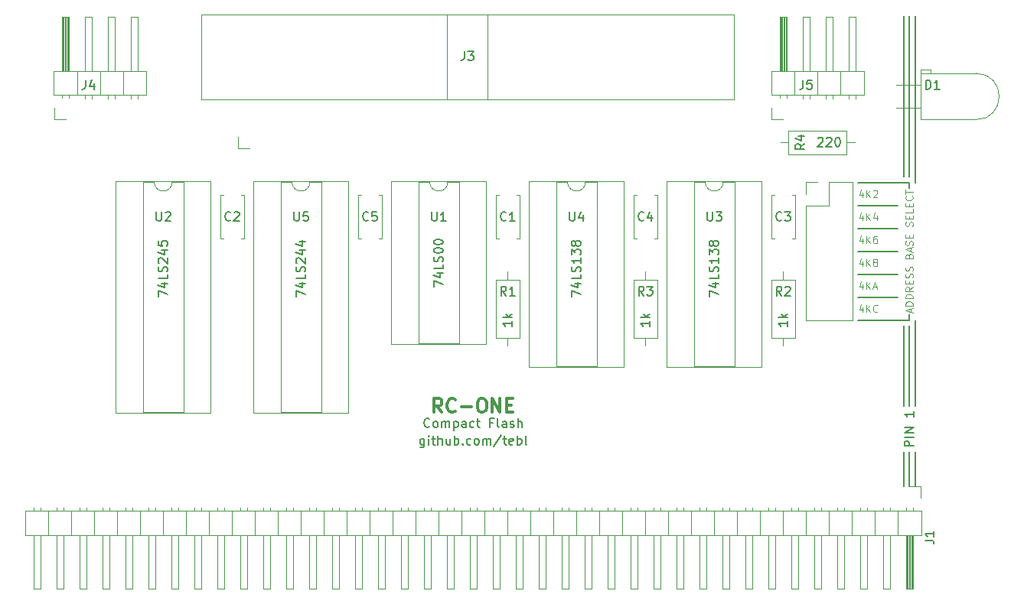
<source format=gto>
G04 #@! TF.FileFunction,Legend,Top*
%FSLAX46Y46*%
G04 Gerber Fmt 4.6, Leading zero omitted, Abs format (unit mm)*
G04 Created by KiCad (PCBNEW 4.0.7) date 01/25/20 16:01:31*
%MOMM*%
%LPD*%
G01*
G04 APERTURE LIST*
%ADD10C,0.100000*%
%ADD11C,0.200000*%
%ADD12C,0.150000*%
%ADD13C,0.300000*%
%ADD14C,0.120000*%
G04 APERTURE END LIST*
D10*
D11*
X193675000Y-111760000D02*
X193675000Y-112395000D01*
X192405000Y-137160000D02*
X192405000Y-128270000D01*
X193040000Y-128270000D02*
X193040000Y-137160000D01*
X193675000Y-137160000D02*
X193675000Y-127635000D01*
X193675000Y-142240000D02*
X193675000Y-146050000D01*
X193040000Y-146050000D02*
X193040000Y-142240000D01*
X192405000Y-142240000D02*
X192405000Y-146050000D01*
X193675000Y-111760000D02*
X193675000Y-93980000D01*
X192405000Y-93980000D02*
X192405000Y-111760000D01*
X193040000Y-111760000D02*
X193040000Y-93980000D01*
D12*
X193492381Y-141580952D02*
X192492381Y-141580952D01*
X192492381Y-141199999D01*
X192540000Y-141104761D01*
X192587619Y-141057142D01*
X192682857Y-141009523D01*
X192825714Y-141009523D01*
X192920952Y-141057142D01*
X192968571Y-141104761D01*
X193016190Y-141199999D01*
X193016190Y-141580952D01*
X193492381Y-140580952D02*
X192492381Y-140580952D01*
X193492381Y-140104762D02*
X192492381Y-140104762D01*
X193492381Y-139533333D01*
X192492381Y-139533333D01*
X193492381Y-137771428D02*
X193492381Y-138342857D01*
X193492381Y-138057143D02*
X192492381Y-138057143D01*
X192635238Y-138152381D01*
X192730476Y-138247619D01*
X192778095Y-138342857D01*
D10*
X187858333Y-126193571D02*
X187858333Y-126726905D01*
X187667857Y-125888810D02*
X187477381Y-126460238D01*
X187972619Y-126460238D01*
X188277381Y-126726905D02*
X188277381Y-125926905D01*
X188734524Y-126726905D02*
X188391667Y-126269762D01*
X188734524Y-125926905D02*
X188277381Y-126384048D01*
X189534524Y-126650714D02*
X189496429Y-126688810D01*
X189382143Y-126726905D01*
X189305953Y-126726905D01*
X189191667Y-126688810D01*
X189115476Y-126612619D01*
X189077381Y-126536429D01*
X189039286Y-126384048D01*
X189039286Y-126269762D01*
X189077381Y-126117381D01*
X189115476Y-126041190D01*
X189191667Y-125965000D01*
X189305953Y-125926905D01*
X189382143Y-125926905D01*
X189496429Y-125965000D01*
X189534524Y-126003095D01*
X187858333Y-123653571D02*
X187858333Y-124186905D01*
X187667857Y-123348810D02*
X187477381Y-123920238D01*
X187972619Y-123920238D01*
X188277381Y-124186905D02*
X188277381Y-123386905D01*
X188734524Y-124186905D02*
X188391667Y-123729762D01*
X188734524Y-123386905D02*
X188277381Y-123844048D01*
X189039286Y-123958333D02*
X189420238Y-123958333D01*
X188963095Y-124186905D02*
X189229762Y-123386905D01*
X189496429Y-124186905D01*
X187858333Y-121113571D02*
X187858333Y-121646905D01*
X187667857Y-120808810D02*
X187477381Y-121380238D01*
X187972619Y-121380238D01*
X188277381Y-121646905D02*
X188277381Y-120846905D01*
X188734524Y-121646905D02*
X188391667Y-121189762D01*
X188734524Y-120846905D02*
X188277381Y-121304048D01*
X189191667Y-121189762D02*
X189115476Y-121151667D01*
X189077381Y-121113571D01*
X189039286Y-121037381D01*
X189039286Y-120999286D01*
X189077381Y-120923095D01*
X189115476Y-120885000D01*
X189191667Y-120846905D01*
X189344048Y-120846905D01*
X189420238Y-120885000D01*
X189458334Y-120923095D01*
X189496429Y-120999286D01*
X189496429Y-121037381D01*
X189458334Y-121113571D01*
X189420238Y-121151667D01*
X189344048Y-121189762D01*
X189191667Y-121189762D01*
X189115476Y-121227857D01*
X189077381Y-121265952D01*
X189039286Y-121342143D01*
X189039286Y-121494524D01*
X189077381Y-121570714D01*
X189115476Y-121608810D01*
X189191667Y-121646905D01*
X189344048Y-121646905D01*
X189420238Y-121608810D01*
X189458334Y-121570714D01*
X189496429Y-121494524D01*
X189496429Y-121342143D01*
X189458334Y-121265952D01*
X189420238Y-121227857D01*
X189344048Y-121189762D01*
X187858333Y-118573571D02*
X187858333Y-119106905D01*
X187667857Y-118268810D02*
X187477381Y-118840238D01*
X187972619Y-118840238D01*
X188277381Y-119106905D02*
X188277381Y-118306905D01*
X188734524Y-119106905D02*
X188391667Y-118649762D01*
X188734524Y-118306905D02*
X188277381Y-118764048D01*
X189420238Y-118306905D02*
X189267857Y-118306905D01*
X189191667Y-118345000D01*
X189153572Y-118383095D01*
X189077381Y-118497381D01*
X189039286Y-118649762D01*
X189039286Y-118954524D01*
X189077381Y-119030714D01*
X189115476Y-119068810D01*
X189191667Y-119106905D01*
X189344048Y-119106905D01*
X189420238Y-119068810D01*
X189458334Y-119030714D01*
X189496429Y-118954524D01*
X189496429Y-118764048D01*
X189458334Y-118687857D01*
X189420238Y-118649762D01*
X189344048Y-118611667D01*
X189191667Y-118611667D01*
X189115476Y-118649762D01*
X189077381Y-118687857D01*
X189039286Y-118764048D01*
X187858333Y-116033571D02*
X187858333Y-116566905D01*
X187667857Y-115728810D02*
X187477381Y-116300238D01*
X187972619Y-116300238D01*
X188277381Y-116566905D02*
X188277381Y-115766905D01*
X188734524Y-116566905D02*
X188391667Y-116109762D01*
X188734524Y-115766905D02*
X188277381Y-116224048D01*
X189420238Y-116033571D02*
X189420238Y-116566905D01*
X189229762Y-115728810D02*
X189039286Y-116300238D01*
X189534524Y-116300238D01*
X193173333Y-126757858D02*
X193173333Y-126376906D01*
X193401905Y-126834049D02*
X192601905Y-126567382D01*
X193401905Y-126300715D01*
X193401905Y-126034049D02*
X192601905Y-126034049D01*
X192601905Y-125843573D01*
X192640000Y-125729287D01*
X192716190Y-125653096D01*
X192792381Y-125615001D01*
X192944762Y-125576906D01*
X193059048Y-125576906D01*
X193211429Y-125615001D01*
X193287619Y-125653096D01*
X193363810Y-125729287D01*
X193401905Y-125843573D01*
X193401905Y-126034049D01*
X193401905Y-125234049D02*
X192601905Y-125234049D01*
X192601905Y-125043573D01*
X192640000Y-124929287D01*
X192716190Y-124853096D01*
X192792381Y-124815001D01*
X192944762Y-124776906D01*
X193059048Y-124776906D01*
X193211429Y-124815001D01*
X193287619Y-124853096D01*
X193363810Y-124929287D01*
X193401905Y-125043573D01*
X193401905Y-125234049D01*
X193401905Y-123976906D02*
X193020952Y-124243573D01*
X193401905Y-124434049D02*
X192601905Y-124434049D01*
X192601905Y-124129287D01*
X192640000Y-124053096D01*
X192678095Y-124015001D01*
X192754286Y-123976906D01*
X192868571Y-123976906D01*
X192944762Y-124015001D01*
X192982857Y-124053096D01*
X193020952Y-124129287D01*
X193020952Y-124434049D01*
X192982857Y-123634049D02*
X192982857Y-123367382D01*
X193401905Y-123253096D02*
X193401905Y-123634049D01*
X192601905Y-123634049D01*
X192601905Y-123253096D01*
X193363810Y-122948334D02*
X193401905Y-122834048D01*
X193401905Y-122643572D01*
X193363810Y-122567382D01*
X193325714Y-122529286D01*
X193249524Y-122491191D01*
X193173333Y-122491191D01*
X193097143Y-122529286D01*
X193059048Y-122567382D01*
X193020952Y-122643572D01*
X192982857Y-122795953D01*
X192944762Y-122872144D01*
X192906667Y-122910239D01*
X192830476Y-122948334D01*
X192754286Y-122948334D01*
X192678095Y-122910239D01*
X192640000Y-122872144D01*
X192601905Y-122795953D01*
X192601905Y-122605477D01*
X192640000Y-122491191D01*
X193363810Y-122186429D02*
X193401905Y-122072143D01*
X193401905Y-121881667D01*
X193363810Y-121805477D01*
X193325714Y-121767381D01*
X193249524Y-121729286D01*
X193173333Y-121729286D01*
X193097143Y-121767381D01*
X193059048Y-121805477D01*
X193020952Y-121881667D01*
X192982857Y-122034048D01*
X192944762Y-122110239D01*
X192906667Y-122148334D01*
X192830476Y-122186429D01*
X192754286Y-122186429D01*
X192678095Y-122148334D01*
X192640000Y-122110239D01*
X192601905Y-122034048D01*
X192601905Y-121843572D01*
X192640000Y-121729286D01*
X192982857Y-120510238D02*
X193020952Y-120395952D01*
X193059048Y-120357857D01*
X193135238Y-120319762D01*
X193249524Y-120319762D01*
X193325714Y-120357857D01*
X193363810Y-120395952D01*
X193401905Y-120472143D01*
X193401905Y-120776905D01*
X192601905Y-120776905D01*
X192601905Y-120510238D01*
X192640000Y-120434048D01*
X192678095Y-120395952D01*
X192754286Y-120357857D01*
X192830476Y-120357857D01*
X192906667Y-120395952D01*
X192944762Y-120434048D01*
X192982857Y-120510238D01*
X192982857Y-120776905D01*
X193173333Y-120015000D02*
X193173333Y-119634048D01*
X193401905Y-120091191D02*
X192601905Y-119824524D01*
X193401905Y-119557857D01*
X193363810Y-119329286D02*
X193401905Y-119215000D01*
X193401905Y-119024524D01*
X193363810Y-118948334D01*
X193325714Y-118910238D01*
X193249524Y-118872143D01*
X193173333Y-118872143D01*
X193097143Y-118910238D01*
X193059048Y-118948334D01*
X193020952Y-119024524D01*
X192982857Y-119176905D01*
X192944762Y-119253096D01*
X192906667Y-119291191D01*
X192830476Y-119329286D01*
X192754286Y-119329286D01*
X192678095Y-119291191D01*
X192640000Y-119253096D01*
X192601905Y-119176905D01*
X192601905Y-118986429D01*
X192640000Y-118872143D01*
X192982857Y-118529286D02*
X192982857Y-118262619D01*
X193401905Y-118148333D02*
X193401905Y-118529286D01*
X192601905Y-118529286D01*
X192601905Y-118148333D01*
X193363810Y-117234047D02*
X193401905Y-117119761D01*
X193401905Y-116929285D01*
X193363810Y-116853095D01*
X193325714Y-116814999D01*
X193249524Y-116776904D01*
X193173333Y-116776904D01*
X193097143Y-116814999D01*
X193059048Y-116853095D01*
X193020952Y-116929285D01*
X192982857Y-117081666D01*
X192944762Y-117157857D01*
X192906667Y-117195952D01*
X192830476Y-117234047D01*
X192754286Y-117234047D01*
X192678095Y-117195952D01*
X192640000Y-117157857D01*
X192601905Y-117081666D01*
X192601905Y-116891190D01*
X192640000Y-116776904D01*
X192982857Y-116434047D02*
X192982857Y-116167380D01*
X193401905Y-116053094D02*
X193401905Y-116434047D01*
X192601905Y-116434047D01*
X192601905Y-116053094D01*
X193401905Y-115329284D02*
X193401905Y-115710237D01*
X192601905Y-115710237D01*
X192982857Y-115062618D02*
X192982857Y-114795951D01*
X193401905Y-114681665D02*
X193401905Y-115062618D01*
X192601905Y-115062618D01*
X192601905Y-114681665D01*
X193325714Y-113881665D02*
X193363810Y-113919760D01*
X193401905Y-114034046D01*
X193401905Y-114110236D01*
X193363810Y-114224522D01*
X193287619Y-114300713D01*
X193211429Y-114338808D01*
X193059048Y-114376903D01*
X192944762Y-114376903D01*
X192792381Y-114338808D01*
X192716190Y-114300713D01*
X192640000Y-114224522D01*
X192601905Y-114110236D01*
X192601905Y-114034046D01*
X192640000Y-113919760D01*
X192678095Y-113881665D01*
X192601905Y-113653094D02*
X192601905Y-113195951D01*
X193401905Y-113424522D02*
X192601905Y-113424522D01*
D11*
X193040000Y-127635000D02*
X193040000Y-127000000D01*
X187325000Y-127635000D02*
X193040000Y-127635000D01*
X193040000Y-112395000D02*
X193040000Y-113030000D01*
X187325000Y-112395000D02*
X193040000Y-112395000D01*
X187325000Y-125095000D02*
X191770000Y-125095000D01*
X187325000Y-122555000D02*
X191770000Y-122555000D01*
X187325000Y-120015000D02*
X191770000Y-120015000D01*
X187325000Y-117475000D02*
X191770000Y-117475000D01*
X187325000Y-114935000D02*
X191770000Y-114935000D01*
D10*
X187858333Y-113493571D02*
X187858333Y-114026905D01*
X187667857Y-113188810D02*
X187477381Y-113760238D01*
X187972619Y-113760238D01*
X188277381Y-114026905D02*
X188277381Y-113226905D01*
X188734524Y-114026905D02*
X188391667Y-113569762D01*
X188734524Y-113226905D02*
X188277381Y-113684048D01*
X189039286Y-113303095D02*
X189077381Y-113265000D01*
X189153572Y-113226905D01*
X189344048Y-113226905D01*
X189420238Y-113265000D01*
X189458334Y-113303095D01*
X189496429Y-113379286D01*
X189496429Y-113455476D01*
X189458334Y-113569762D01*
X189001191Y-114026905D01*
X189496429Y-114026905D01*
D12*
X139375238Y-140755714D02*
X139375238Y-141565238D01*
X139327619Y-141660476D01*
X139280000Y-141708095D01*
X139184761Y-141755714D01*
X139041904Y-141755714D01*
X138946666Y-141708095D01*
X139375238Y-141374762D02*
X139280000Y-141422381D01*
X139089523Y-141422381D01*
X138994285Y-141374762D01*
X138946666Y-141327143D01*
X138899047Y-141231905D01*
X138899047Y-140946190D01*
X138946666Y-140850952D01*
X138994285Y-140803333D01*
X139089523Y-140755714D01*
X139280000Y-140755714D01*
X139375238Y-140803333D01*
X139851428Y-141422381D02*
X139851428Y-140755714D01*
X139851428Y-140422381D02*
X139803809Y-140470000D01*
X139851428Y-140517619D01*
X139899047Y-140470000D01*
X139851428Y-140422381D01*
X139851428Y-140517619D01*
X140184761Y-140755714D02*
X140565713Y-140755714D01*
X140327618Y-140422381D02*
X140327618Y-141279524D01*
X140375237Y-141374762D01*
X140470475Y-141422381D01*
X140565713Y-141422381D01*
X140899047Y-141422381D02*
X140899047Y-140422381D01*
X141327619Y-141422381D02*
X141327619Y-140898571D01*
X141280000Y-140803333D01*
X141184762Y-140755714D01*
X141041904Y-140755714D01*
X140946666Y-140803333D01*
X140899047Y-140850952D01*
X142232381Y-140755714D02*
X142232381Y-141422381D01*
X141803809Y-140755714D02*
X141803809Y-141279524D01*
X141851428Y-141374762D01*
X141946666Y-141422381D01*
X142089524Y-141422381D01*
X142184762Y-141374762D01*
X142232381Y-141327143D01*
X142708571Y-141422381D02*
X142708571Y-140422381D01*
X142708571Y-140803333D02*
X142803809Y-140755714D01*
X142994286Y-140755714D01*
X143089524Y-140803333D01*
X143137143Y-140850952D01*
X143184762Y-140946190D01*
X143184762Y-141231905D01*
X143137143Y-141327143D01*
X143089524Y-141374762D01*
X142994286Y-141422381D01*
X142803809Y-141422381D01*
X142708571Y-141374762D01*
X143613333Y-141327143D02*
X143660952Y-141374762D01*
X143613333Y-141422381D01*
X143565714Y-141374762D01*
X143613333Y-141327143D01*
X143613333Y-141422381D01*
X144518095Y-141374762D02*
X144422857Y-141422381D01*
X144232380Y-141422381D01*
X144137142Y-141374762D01*
X144089523Y-141327143D01*
X144041904Y-141231905D01*
X144041904Y-140946190D01*
X144089523Y-140850952D01*
X144137142Y-140803333D01*
X144232380Y-140755714D01*
X144422857Y-140755714D01*
X144518095Y-140803333D01*
X145089523Y-141422381D02*
X144994285Y-141374762D01*
X144946666Y-141327143D01*
X144899047Y-141231905D01*
X144899047Y-140946190D01*
X144946666Y-140850952D01*
X144994285Y-140803333D01*
X145089523Y-140755714D01*
X145232381Y-140755714D01*
X145327619Y-140803333D01*
X145375238Y-140850952D01*
X145422857Y-140946190D01*
X145422857Y-141231905D01*
X145375238Y-141327143D01*
X145327619Y-141374762D01*
X145232381Y-141422381D01*
X145089523Y-141422381D01*
X145851428Y-141422381D02*
X145851428Y-140755714D01*
X145851428Y-140850952D02*
X145899047Y-140803333D01*
X145994285Y-140755714D01*
X146137143Y-140755714D01*
X146232381Y-140803333D01*
X146280000Y-140898571D01*
X146280000Y-141422381D01*
X146280000Y-140898571D02*
X146327619Y-140803333D01*
X146422857Y-140755714D01*
X146565714Y-140755714D01*
X146660952Y-140803333D01*
X146708571Y-140898571D01*
X146708571Y-141422381D01*
X147899047Y-140374762D02*
X147041904Y-141660476D01*
X148089523Y-140755714D02*
X148470475Y-140755714D01*
X148232380Y-140422381D02*
X148232380Y-141279524D01*
X148279999Y-141374762D01*
X148375237Y-141422381D01*
X148470475Y-141422381D01*
X149184762Y-141374762D02*
X149089524Y-141422381D01*
X148899047Y-141422381D01*
X148803809Y-141374762D01*
X148756190Y-141279524D01*
X148756190Y-140898571D01*
X148803809Y-140803333D01*
X148899047Y-140755714D01*
X149089524Y-140755714D01*
X149184762Y-140803333D01*
X149232381Y-140898571D01*
X149232381Y-140993810D01*
X148756190Y-141089048D01*
X149660952Y-141422381D02*
X149660952Y-140422381D01*
X149660952Y-140803333D02*
X149756190Y-140755714D01*
X149946667Y-140755714D01*
X150041905Y-140803333D01*
X150089524Y-140850952D01*
X150137143Y-140946190D01*
X150137143Y-141231905D01*
X150089524Y-141327143D01*
X150041905Y-141374762D01*
X149946667Y-141422381D01*
X149756190Y-141422381D01*
X149660952Y-141374762D01*
X150708571Y-141422381D02*
X150613333Y-141374762D01*
X150565714Y-141279524D01*
X150565714Y-140422381D01*
X139970476Y-139422143D02*
X139922857Y-139469762D01*
X139780000Y-139517381D01*
X139684762Y-139517381D01*
X139541904Y-139469762D01*
X139446666Y-139374524D01*
X139399047Y-139279286D01*
X139351428Y-139088810D01*
X139351428Y-138945952D01*
X139399047Y-138755476D01*
X139446666Y-138660238D01*
X139541904Y-138565000D01*
X139684762Y-138517381D01*
X139780000Y-138517381D01*
X139922857Y-138565000D01*
X139970476Y-138612619D01*
X140541904Y-139517381D02*
X140446666Y-139469762D01*
X140399047Y-139422143D01*
X140351428Y-139326905D01*
X140351428Y-139041190D01*
X140399047Y-138945952D01*
X140446666Y-138898333D01*
X140541904Y-138850714D01*
X140684762Y-138850714D01*
X140780000Y-138898333D01*
X140827619Y-138945952D01*
X140875238Y-139041190D01*
X140875238Y-139326905D01*
X140827619Y-139422143D01*
X140780000Y-139469762D01*
X140684762Y-139517381D01*
X140541904Y-139517381D01*
X141303809Y-139517381D02*
X141303809Y-138850714D01*
X141303809Y-138945952D02*
X141351428Y-138898333D01*
X141446666Y-138850714D01*
X141589524Y-138850714D01*
X141684762Y-138898333D01*
X141732381Y-138993571D01*
X141732381Y-139517381D01*
X141732381Y-138993571D02*
X141780000Y-138898333D01*
X141875238Y-138850714D01*
X142018095Y-138850714D01*
X142113333Y-138898333D01*
X142160952Y-138993571D01*
X142160952Y-139517381D01*
X142637142Y-138850714D02*
X142637142Y-139850714D01*
X142637142Y-138898333D02*
X142732380Y-138850714D01*
X142922857Y-138850714D01*
X143018095Y-138898333D01*
X143065714Y-138945952D01*
X143113333Y-139041190D01*
X143113333Y-139326905D01*
X143065714Y-139422143D01*
X143018095Y-139469762D01*
X142922857Y-139517381D01*
X142732380Y-139517381D01*
X142637142Y-139469762D01*
X143970476Y-139517381D02*
X143970476Y-138993571D01*
X143922857Y-138898333D01*
X143827619Y-138850714D01*
X143637142Y-138850714D01*
X143541904Y-138898333D01*
X143970476Y-139469762D02*
X143875238Y-139517381D01*
X143637142Y-139517381D01*
X143541904Y-139469762D01*
X143494285Y-139374524D01*
X143494285Y-139279286D01*
X143541904Y-139184048D01*
X143637142Y-139136429D01*
X143875238Y-139136429D01*
X143970476Y-139088810D01*
X144875238Y-139469762D02*
X144780000Y-139517381D01*
X144589523Y-139517381D01*
X144494285Y-139469762D01*
X144446666Y-139422143D01*
X144399047Y-139326905D01*
X144399047Y-139041190D01*
X144446666Y-138945952D01*
X144494285Y-138898333D01*
X144589523Y-138850714D01*
X144780000Y-138850714D01*
X144875238Y-138898333D01*
X145160952Y-138850714D02*
X145541904Y-138850714D01*
X145303809Y-138517381D02*
X145303809Y-139374524D01*
X145351428Y-139469762D01*
X145446666Y-139517381D01*
X145541904Y-139517381D01*
X146970477Y-138993571D02*
X146637143Y-138993571D01*
X146637143Y-139517381D02*
X146637143Y-138517381D01*
X147113334Y-138517381D01*
X147637143Y-139517381D02*
X147541905Y-139469762D01*
X147494286Y-139374524D01*
X147494286Y-138517381D01*
X148446668Y-139517381D02*
X148446668Y-138993571D01*
X148399049Y-138898333D01*
X148303811Y-138850714D01*
X148113334Y-138850714D01*
X148018096Y-138898333D01*
X148446668Y-139469762D02*
X148351430Y-139517381D01*
X148113334Y-139517381D01*
X148018096Y-139469762D01*
X147970477Y-139374524D01*
X147970477Y-139279286D01*
X148018096Y-139184048D01*
X148113334Y-139136429D01*
X148351430Y-139136429D01*
X148446668Y-139088810D01*
X148875239Y-139469762D02*
X148970477Y-139517381D01*
X149160953Y-139517381D01*
X149256192Y-139469762D01*
X149303811Y-139374524D01*
X149303811Y-139326905D01*
X149256192Y-139231667D01*
X149160953Y-139184048D01*
X149018096Y-139184048D01*
X148922858Y-139136429D01*
X148875239Y-139041190D01*
X148875239Y-138993571D01*
X148922858Y-138898333D01*
X149018096Y-138850714D01*
X149160953Y-138850714D01*
X149256192Y-138898333D01*
X149732382Y-139517381D02*
X149732382Y-138517381D01*
X150160954Y-139517381D02*
X150160954Y-138993571D01*
X150113335Y-138898333D01*
X150018097Y-138850714D01*
X149875239Y-138850714D01*
X149780001Y-138898333D01*
X149732382Y-138945952D01*
D13*
X141315714Y-137838571D02*
X140815714Y-137124286D01*
X140458571Y-137838571D02*
X140458571Y-136338571D01*
X141029999Y-136338571D01*
X141172857Y-136410000D01*
X141244285Y-136481429D01*
X141315714Y-136624286D01*
X141315714Y-136838571D01*
X141244285Y-136981429D01*
X141172857Y-137052857D01*
X141029999Y-137124286D01*
X140458571Y-137124286D01*
X142815714Y-137695714D02*
X142744285Y-137767143D01*
X142529999Y-137838571D01*
X142387142Y-137838571D01*
X142172857Y-137767143D01*
X142029999Y-137624286D01*
X141958571Y-137481429D01*
X141887142Y-137195714D01*
X141887142Y-136981429D01*
X141958571Y-136695714D01*
X142029999Y-136552857D01*
X142172857Y-136410000D01*
X142387142Y-136338571D01*
X142529999Y-136338571D01*
X142744285Y-136410000D01*
X142815714Y-136481429D01*
X143458571Y-137267143D02*
X144601428Y-137267143D01*
X145601428Y-136338571D02*
X145887142Y-136338571D01*
X146030000Y-136410000D01*
X146172857Y-136552857D01*
X146244285Y-136838571D01*
X146244285Y-137338571D01*
X146172857Y-137624286D01*
X146030000Y-137767143D01*
X145887142Y-137838571D01*
X145601428Y-137838571D01*
X145458571Y-137767143D01*
X145315714Y-137624286D01*
X145244285Y-137338571D01*
X145244285Y-136838571D01*
X145315714Y-136552857D01*
X145458571Y-136410000D01*
X145601428Y-136338571D01*
X146887143Y-137838571D02*
X146887143Y-136338571D01*
X147744286Y-137838571D01*
X147744286Y-136338571D01*
X148458572Y-137052857D02*
X148958572Y-137052857D01*
X149172858Y-137838571D02*
X148458572Y-137838571D01*
X148458572Y-136338571D01*
X149172858Y-136338571D01*
D14*
X194370000Y-148760000D02*
X95190000Y-148760000D01*
X95190000Y-148760000D02*
X95190000Y-151420000D01*
X95190000Y-151420000D02*
X194370000Y-151420000D01*
X194370000Y-151420000D02*
X194370000Y-148760000D01*
X193420000Y-151420000D02*
X193420000Y-157420000D01*
X193420000Y-157420000D02*
X192660000Y-157420000D01*
X192660000Y-157420000D02*
X192660000Y-151420000D01*
X193360000Y-151420000D02*
X193360000Y-157420000D01*
X193240000Y-151420000D02*
X193240000Y-157420000D01*
X193120000Y-151420000D02*
X193120000Y-157420000D01*
X193000000Y-151420000D02*
X193000000Y-157420000D01*
X192880000Y-151420000D02*
X192880000Y-157420000D01*
X192760000Y-151420000D02*
X192760000Y-157420000D01*
X193420000Y-148430000D02*
X193420000Y-148760000D01*
X192660000Y-148430000D02*
X192660000Y-148760000D01*
X191770000Y-148760000D02*
X191770000Y-151420000D01*
X190880000Y-151420000D02*
X190880000Y-157420000D01*
X190880000Y-157420000D02*
X190120000Y-157420000D01*
X190120000Y-157420000D02*
X190120000Y-151420000D01*
X190880000Y-148362929D02*
X190880000Y-148760000D01*
X190120000Y-148362929D02*
X190120000Y-148760000D01*
X189230000Y-148760000D02*
X189230000Y-151420000D01*
X188340000Y-151420000D02*
X188340000Y-157420000D01*
X188340000Y-157420000D02*
X187580000Y-157420000D01*
X187580000Y-157420000D02*
X187580000Y-151420000D01*
X188340000Y-148362929D02*
X188340000Y-148760000D01*
X187580000Y-148362929D02*
X187580000Y-148760000D01*
X186690000Y-148760000D02*
X186690000Y-151420000D01*
X185800000Y-151420000D02*
X185800000Y-157420000D01*
X185800000Y-157420000D02*
X185040000Y-157420000D01*
X185040000Y-157420000D02*
X185040000Y-151420000D01*
X185800000Y-148362929D02*
X185800000Y-148760000D01*
X185040000Y-148362929D02*
X185040000Y-148760000D01*
X184150000Y-148760000D02*
X184150000Y-151420000D01*
X183260000Y-151420000D02*
X183260000Y-157420000D01*
X183260000Y-157420000D02*
X182500000Y-157420000D01*
X182500000Y-157420000D02*
X182500000Y-151420000D01*
X183260000Y-148362929D02*
X183260000Y-148760000D01*
X182500000Y-148362929D02*
X182500000Y-148760000D01*
X181610000Y-148760000D02*
X181610000Y-151420000D01*
X180720000Y-151420000D02*
X180720000Y-157420000D01*
X180720000Y-157420000D02*
X179960000Y-157420000D01*
X179960000Y-157420000D02*
X179960000Y-151420000D01*
X180720000Y-148362929D02*
X180720000Y-148760000D01*
X179960000Y-148362929D02*
X179960000Y-148760000D01*
X179070000Y-148760000D02*
X179070000Y-151420000D01*
X178180000Y-151420000D02*
X178180000Y-157420000D01*
X178180000Y-157420000D02*
X177420000Y-157420000D01*
X177420000Y-157420000D02*
X177420000Y-151420000D01*
X178180000Y-148362929D02*
X178180000Y-148760000D01*
X177420000Y-148362929D02*
X177420000Y-148760000D01*
X176530000Y-148760000D02*
X176530000Y-151420000D01*
X175640000Y-151420000D02*
X175640000Y-157420000D01*
X175640000Y-157420000D02*
X174880000Y-157420000D01*
X174880000Y-157420000D02*
X174880000Y-151420000D01*
X175640000Y-148362929D02*
X175640000Y-148760000D01*
X174880000Y-148362929D02*
X174880000Y-148760000D01*
X173990000Y-148760000D02*
X173990000Y-151420000D01*
X173100000Y-151420000D02*
X173100000Y-157420000D01*
X173100000Y-157420000D02*
X172340000Y-157420000D01*
X172340000Y-157420000D02*
X172340000Y-151420000D01*
X173100000Y-148362929D02*
X173100000Y-148760000D01*
X172340000Y-148362929D02*
X172340000Y-148760000D01*
X171450000Y-148760000D02*
X171450000Y-151420000D01*
X170560000Y-151420000D02*
X170560000Y-157420000D01*
X170560000Y-157420000D02*
X169800000Y-157420000D01*
X169800000Y-157420000D02*
X169800000Y-151420000D01*
X170560000Y-148362929D02*
X170560000Y-148760000D01*
X169800000Y-148362929D02*
X169800000Y-148760000D01*
X168910000Y-148760000D02*
X168910000Y-151420000D01*
X168020000Y-151420000D02*
X168020000Y-157420000D01*
X168020000Y-157420000D02*
X167260000Y-157420000D01*
X167260000Y-157420000D02*
X167260000Y-151420000D01*
X168020000Y-148362929D02*
X168020000Y-148760000D01*
X167260000Y-148362929D02*
X167260000Y-148760000D01*
X166370000Y-148760000D02*
X166370000Y-151420000D01*
X165480000Y-151420000D02*
X165480000Y-157420000D01*
X165480000Y-157420000D02*
X164720000Y-157420000D01*
X164720000Y-157420000D02*
X164720000Y-151420000D01*
X165480000Y-148362929D02*
X165480000Y-148760000D01*
X164720000Y-148362929D02*
X164720000Y-148760000D01*
X163830000Y-148760000D02*
X163830000Y-151420000D01*
X162940000Y-151420000D02*
X162940000Y-157420000D01*
X162940000Y-157420000D02*
X162180000Y-157420000D01*
X162180000Y-157420000D02*
X162180000Y-151420000D01*
X162940000Y-148362929D02*
X162940000Y-148760000D01*
X162180000Y-148362929D02*
X162180000Y-148760000D01*
X161290000Y-148760000D02*
X161290000Y-151420000D01*
X160400000Y-151420000D02*
X160400000Y-157420000D01*
X160400000Y-157420000D02*
X159640000Y-157420000D01*
X159640000Y-157420000D02*
X159640000Y-151420000D01*
X160400000Y-148362929D02*
X160400000Y-148760000D01*
X159640000Y-148362929D02*
X159640000Y-148760000D01*
X158750000Y-148760000D02*
X158750000Y-151420000D01*
X157860000Y-151420000D02*
X157860000Y-157420000D01*
X157860000Y-157420000D02*
X157100000Y-157420000D01*
X157100000Y-157420000D02*
X157100000Y-151420000D01*
X157860000Y-148362929D02*
X157860000Y-148760000D01*
X157100000Y-148362929D02*
X157100000Y-148760000D01*
X156210000Y-148760000D02*
X156210000Y-151420000D01*
X155320000Y-151420000D02*
X155320000Y-157420000D01*
X155320000Y-157420000D02*
X154560000Y-157420000D01*
X154560000Y-157420000D02*
X154560000Y-151420000D01*
X155320000Y-148362929D02*
X155320000Y-148760000D01*
X154560000Y-148362929D02*
X154560000Y-148760000D01*
X153670000Y-148760000D02*
X153670000Y-151420000D01*
X152780000Y-151420000D02*
X152780000Y-157420000D01*
X152780000Y-157420000D02*
X152020000Y-157420000D01*
X152020000Y-157420000D02*
X152020000Y-151420000D01*
X152780000Y-148362929D02*
X152780000Y-148760000D01*
X152020000Y-148362929D02*
X152020000Y-148760000D01*
X151130000Y-148760000D02*
X151130000Y-151420000D01*
X150240000Y-151420000D02*
X150240000Y-157420000D01*
X150240000Y-157420000D02*
X149480000Y-157420000D01*
X149480000Y-157420000D02*
X149480000Y-151420000D01*
X150240000Y-148362929D02*
X150240000Y-148760000D01*
X149480000Y-148362929D02*
X149480000Y-148760000D01*
X148590000Y-148760000D02*
X148590000Y-151420000D01*
X147700000Y-151420000D02*
X147700000Y-157420000D01*
X147700000Y-157420000D02*
X146940000Y-157420000D01*
X146940000Y-157420000D02*
X146940000Y-151420000D01*
X147700000Y-148362929D02*
X147700000Y-148760000D01*
X146940000Y-148362929D02*
X146940000Y-148760000D01*
X146050000Y-148760000D02*
X146050000Y-151420000D01*
X145160000Y-151420000D02*
X145160000Y-157420000D01*
X145160000Y-157420000D02*
X144400000Y-157420000D01*
X144400000Y-157420000D02*
X144400000Y-151420000D01*
X145160000Y-148362929D02*
X145160000Y-148760000D01*
X144400000Y-148362929D02*
X144400000Y-148760000D01*
X143510000Y-148760000D02*
X143510000Y-151420000D01*
X142620000Y-151420000D02*
X142620000Y-157420000D01*
X142620000Y-157420000D02*
X141860000Y-157420000D01*
X141860000Y-157420000D02*
X141860000Y-151420000D01*
X142620000Y-148362929D02*
X142620000Y-148760000D01*
X141860000Y-148362929D02*
X141860000Y-148760000D01*
X140970000Y-148760000D02*
X140970000Y-151420000D01*
X140080000Y-151420000D02*
X140080000Y-157420000D01*
X140080000Y-157420000D02*
X139320000Y-157420000D01*
X139320000Y-157420000D02*
X139320000Y-151420000D01*
X140080000Y-148362929D02*
X140080000Y-148760000D01*
X139320000Y-148362929D02*
X139320000Y-148760000D01*
X138430000Y-148760000D02*
X138430000Y-151420000D01*
X137540000Y-151420000D02*
X137540000Y-157420000D01*
X137540000Y-157420000D02*
X136780000Y-157420000D01*
X136780000Y-157420000D02*
X136780000Y-151420000D01*
X137540000Y-148362929D02*
X137540000Y-148760000D01*
X136780000Y-148362929D02*
X136780000Y-148760000D01*
X135890000Y-148760000D02*
X135890000Y-151420000D01*
X135000000Y-151420000D02*
X135000000Y-157420000D01*
X135000000Y-157420000D02*
X134240000Y-157420000D01*
X134240000Y-157420000D02*
X134240000Y-151420000D01*
X135000000Y-148362929D02*
X135000000Y-148760000D01*
X134240000Y-148362929D02*
X134240000Y-148760000D01*
X133350000Y-148760000D02*
X133350000Y-151420000D01*
X132460000Y-151420000D02*
X132460000Y-157420000D01*
X132460000Y-157420000D02*
X131700000Y-157420000D01*
X131700000Y-157420000D02*
X131700000Y-151420000D01*
X132460000Y-148362929D02*
X132460000Y-148760000D01*
X131700000Y-148362929D02*
X131700000Y-148760000D01*
X130810000Y-148760000D02*
X130810000Y-151420000D01*
X129920000Y-151420000D02*
X129920000Y-157420000D01*
X129920000Y-157420000D02*
X129160000Y-157420000D01*
X129160000Y-157420000D02*
X129160000Y-151420000D01*
X129920000Y-148362929D02*
X129920000Y-148760000D01*
X129160000Y-148362929D02*
X129160000Y-148760000D01*
X128270000Y-148760000D02*
X128270000Y-151420000D01*
X127380000Y-151420000D02*
X127380000Y-157420000D01*
X127380000Y-157420000D02*
X126620000Y-157420000D01*
X126620000Y-157420000D02*
X126620000Y-151420000D01*
X127380000Y-148362929D02*
X127380000Y-148760000D01*
X126620000Y-148362929D02*
X126620000Y-148760000D01*
X125730000Y-148760000D02*
X125730000Y-151420000D01*
X124840000Y-151420000D02*
X124840000Y-157420000D01*
X124840000Y-157420000D02*
X124080000Y-157420000D01*
X124080000Y-157420000D02*
X124080000Y-151420000D01*
X124840000Y-148362929D02*
X124840000Y-148760000D01*
X124080000Y-148362929D02*
X124080000Y-148760000D01*
X123190000Y-148760000D02*
X123190000Y-151420000D01*
X122300000Y-151420000D02*
X122300000Y-157420000D01*
X122300000Y-157420000D02*
X121540000Y-157420000D01*
X121540000Y-157420000D02*
X121540000Y-151420000D01*
X122300000Y-148362929D02*
X122300000Y-148760000D01*
X121540000Y-148362929D02*
X121540000Y-148760000D01*
X120650000Y-148760000D02*
X120650000Y-151420000D01*
X119760000Y-151420000D02*
X119760000Y-157420000D01*
X119760000Y-157420000D02*
X119000000Y-157420000D01*
X119000000Y-157420000D02*
X119000000Y-151420000D01*
X119760000Y-148362929D02*
X119760000Y-148760000D01*
X119000000Y-148362929D02*
X119000000Y-148760000D01*
X118110000Y-148760000D02*
X118110000Y-151420000D01*
X117220000Y-151420000D02*
X117220000Y-157420000D01*
X117220000Y-157420000D02*
X116460000Y-157420000D01*
X116460000Y-157420000D02*
X116460000Y-151420000D01*
X117220000Y-148362929D02*
X117220000Y-148760000D01*
X116460000Y-148362929D02*
X116460000Y-148760000D01*
X115570000Y-148760000D02*
X115570000Y-151420000D01*
X114680000Y-151420000D02*
X114680000Y-157420000D01*
X114680000Y-157420000D02*
X113920000Y-157420000D01*
X113920000Y-157420000D02*
X113920000Y-151420000D01*
X114680000Y-148362929D02*
X114680000Y-148760000D01*
X113920000Y-148362929D02*
X113920000Y-148760000D01*
X113030000Y-148760000D02*
X113030000Y-151420000D01*
X112140000Y-151420000D02*
X112140000Y-157420000D01*
X112140000Y-157420000D02*
X111380000Y-157420000D01*
X111380000Y-157420000D02*
X111380000Y-151420000D01*
X112140000Y-148362929D02*
X112140000Y-148760000D01*
X111380000Y-148362929D02*
X111380000Y-148760000D01*
X110490000Y-148760000D02*
X110490000Y-151420000D01*
X109600000Y-151420000D02*
X109600000Y-157420000D01*
X109600000Y-157420000D02*
X108840000Y-157420000D01*
X108840000Y-157420000D02*
X108840000Y-151420000D01*
X109600000Y-148362929D02*
X109600000Y-148760000D01*
X108840000Y-148362929D02*
X108840000Y-148760000D01*
X107950000Y-148760000D02*
X107950000Y-151420000D01*
X107060000Y-151420000D02*
X107060000Y-157420000D01*
X107060000Y-157420000D02*
X106300000Y-157420000D01*
X106300000Y-157420000D02*
X106300000Y-151420000D01*
X107060000Y-148362929D02*
X107060000Y-148760000D01*
X106300000Y-148362929D02*
X106300000Y-148760000D01*
X105410000Y-148760000D02*
X105410000Y-151420000D01*
X104520000Y-151420000D02*
X104520000Y-157420000D01*
X104520000Y-157420000D02*
X103760000Y-157420000D01*
X103760000Y-157420000D02*
X103760000Y-151420000D01*
X104520000Y-148362929D02*
X104520000Y-148760000D01*
X103760000Y-148362929D02*
X103760000Y-148760000D01*
X102870000Y-148760000D02*
X102870000Y-151420000D01*
X101980000Y-151420000D02*
X101980000Y-157420000D01*
X101980000Y-157420000D02*
X101220000Y-157420000D01*
X101220000Y-157420000D02*
X101220000Y-151420000D01*
X101980000Y-148362929D02*
X101980000Y-148760000D01*
X101220000Y-148362929D02*
X101220000Y-148760000D01*
X100330000Y-148760000D02*
X100330000Y-151420000D01*
X99440000Y-151420000D02*
X99440000Y-157420000D01*
X99440000Y-157420000D02*
X98680000Y-157420000D01*
X98680000Y-157420000D02*
X98680000Y-151420000D01*
X99440000Y-148362929D02*
X99440000Y-148760000D01*
X98680000Y-148362929D02*
X98680000Y-148760000D01*
X97790000Y-148760000D02*
X97790000Y-151420000D01*
X96900000Y-151420000D02*
X96900000Y-157420000D01*
X96900000Y-157420000D02*
X96140000Y-157420000D01*
X96140000Y-157420000D02*
X96140000Y-151420000D01*
X96900000Y-148362929D02*
X96900000Y-148760000D01*
X96140000Y-148362929D02*
X96140000Y-148760000D01*
X193040000Y-146050000D02*
X194310000Y-146050000D01*
X194310000Y-146050000D02*
X194310000Y-147320000D01*
X181550000Y-127695000D02*
X186750000Y-127695000D01*
X181550000Y-114935000D02*
X181550000Y-127695000D01*
X186750000Y-112335000D02*
X186750000Y-127695000D01*
X181550000Y-114935000D02*
X184150000Y-114935000D01*
X184150000Y-114935000D02*
X184150000Y-112335000D01*
X184150000Y-112335000D02*
X186750000Y-112335000D01*
X181550000Y-113665000D02*
X181550000Y-112335000D01*
X181550000Y-112335000D02*
X182880000Y-112335000D01*
X149900000Y-113755000D02*
X149900000Y-118575000D01*
X147280000Y-113755000D02*
X147280000Y-118575000D01*
X149900000Y-113755000D02*
X149586000Y-113755000D01*
X147594000Y-113755000D02*
X147280000Y-113755000D01*
X149900000Y-118575000D02*
X149586000Y-118575000D01*
X147594000Y-118575000D02*
X147280000Y-118575000D01*
X180380000Y-113755000D02*
X180380000Y-118575000D01*
X177760000Y-113755000D02*
X177760000Y-118575000D01*
X180380000Y-113755000D02*
X180066000Y-113755000D01*
X178074000Y-113755000D02*
X177760000Y-113755000D01*
X180380000Y-118575000D02*
X180066000Y-118575000D01*
X178074000Y-118575000D02*
X177760000Y-118575000D01*
X119420000Y-113755000D02*
X119420000Y-118575000D01*
X116800000Y-113755000D02*
X116800000Y-118575000D01*
X119420000Y-113755000D02*
X119106000Y-113755000D01*
X117114000Y-113755000D02*
X116800000Y-113755000D01*
X119420000Y-118575000D02*
X119106000Y-118575000D01*
X117114000Y-118575000D02*
X116800000Y-118575000D01*
X147280000Y-129575000D02*
X149900000Y-129575000D01*
X149900000Y-129575000D02*
X149900000Y-123155000D01*
X149900000Y-123155000D02*
X147280000Y-123155000D01*
X147280000Y-123155000D02*
X147280000Y-129575000D01*
X148590000Y-130465000D02*
X148590000Y-129575000D01*
X148590000Y-122265000D02*
X148590000Y-123155000D01*
X177760000Y-129575000D02*
X180380000Y-129575000D01*
X180380000Y-129575000D02*
X180380000Y-123155000D01*
X180380000Y-123155000D02*
X177760000Y-123155000D01*
X177760000Y-123155000D02*
X177760000Y-129575000D01*
X179070000Y-130465000D02*
X179070000Y-129575000D01*
X179070000Y-122265000D02*
X179070000Y-123155000D01*
X162520000Y-129575000D02*
X165140000Y-129575000D01*
X165140000Y-129575000D02*
X165140000Y-123155000D01*
X165140000Y-123155000D02*
X162520000Y-123155000D01*
X162520000Y-123155000D02*
X162520000Y-129575000D01*
X163830000Y-130465000D02*
X163830000Y-129575000D01*
X163830000Y-122265000D02*
X163830000Y-123155000D01*
X179670000Y-106640000D02*
X179670000Y-109260000D01*
X179670000Y-109260000D02*
X186090000Y-109260000D01*
X186090000Y-109260000D02*
X186090000Y-106640000D01*
X186090000Y-106640000D02*
X179670000Y-106640000D01*
X178780000Y-107950000D02*
X179670000Y-107950000D01*
X186980000Y-107950000D02*
X186090000Y-107950000D01*
X141970000Y-112335000D02*
G75*
G02X139970000Y-112335000I-1000000J0D01*
G01*
X139970000Y-112335000D02*
X138720000Y-112335000D01*
X138720000Y-112335000D02*
X138720000Y-130235000D01*
X138720000Y-130235000D02*
X143220000Y-130235000D01*
X143220000Y-130235000D02*
X143220000Y-112335000D01*
X143220000Y-112335000D02*
X141970000Y-112335000D01*
X135720000Y-112275000D02*
X135720000Y-130295000D01*
X135720000Y-130295000D02*
X146220000Y-130295000D01*
X146220000Y-130295000D02*
X146220000Y-112275000D01*
X146220000Y-112275000D02*
X135720000Y-112275000D01*
X118745000Y-108585000D02*
X120015000Y-108585000D01*
X118745000Y-107315000D02*
X118745000Y-108585000D01*
X114665000Y-93835000D02*
X173625000Y-93835000D01*
X114665000Y-103185000D02*
X114665000Y-93835000D01*
X141895000Y-103185000D02*
X141895000Y-93835000D01*
X146395000Y-103185000D02*
X146395000Y-93835000D01*
X173625000Y-103185000D02*
X173625000Y-93835000D01*
X173625000Y-103185000D02*
X114665000Y-103185000D01*
X98365000Y-102700000D02*
X108645000Y-102700000D01*
X108645000Y-102700000D02*
X108645000Y-100040000D01*
X108645000Y-100040000D02*
X98365000Y-100040000D01*
X98365000Y-100040000D02*
X98365000Y-102700000D01*
X99315000Y-100040000D02*
X99315000Y-94040000D01*
X99315000Y-94040000D02*
X100075000Y-94040000D01*
X100075000Y-94040000D02*
X100075000Y-100040000D01*
X99375000Y-100040000D02*
X99375000Y-94040000D01*
X99495000Y-100040000D02*
X99495000Y-94040000D01*
X99615000Y-100040000D02*
X99615000Y-94040000D01*
X99735000Y-100040000D02*
X99735000Y-94040000D01*
X99855000Y-100040000D02*
X99855000Y-94040000D01*
X99975000Y-100040000D02*
X99975000Y-94040000D01*
X99315000Y-103030000D02*
X99315000Y-102700000D01*
X100075000Y-103030000D02*
X100075000Y-102700000D01*
X100965000Y-102700000D02*
X100965000Y-100040000D01*
X101855000Y-100040000D02*
X101855000Y-94040000D01*
X101855000Y-94040000D02*
X102615000Y-94040000D01*
X102615000Y-94040000D02*
X102615000Y-100040000D01*
X101855000Y-103097071D02*
X101855000Y-102700000D01*
X102615000Y-103097071D02*
X102615000Y-102700000D01*
X103505000Y-102700000D02*
X103505000Y-100040000D01*
X104395000Y-100040000D02*
X104395000Y-94040000D01*
X104395000Y-94040000D02*
X105155000Y-94040000D01*
X105155000Y-94040000D02*
X105155000Y-100040000D01*
X104395000Y-103097071D02*
X104395000Y-102700000D01*
X105155000Y-103097071D02*
X105155000Y-102700000D01*
X106045000Y-102700000D02*
X106045000Y-100040000D01*
X106935000Y-100040000D02*
X106935000Y-94040000D01*
X106935000Y-94040000D02*
X107695000Y-94040000D01*
X107695000Y-94040000D02*
X107695000Y-100040000D01*
X106935000Y-103097071D02*
X106935000Y-102700000D01*
X107695000Y-103097071D02*
X107695000Y-102700000D01*
X99695000Y-105410000D02*
X98425000Y-105410000D01*
X98425000Y-105410000D02*
X98425000Y-104140000D01*
X177740000Y-102700000D02*
X188020000Y-102700000D01*
X188020000Y-102700000D02*
X188020000Y-100040000D01*
X188020000Y-100040000D02*
X177740000Y-100040000D01*
X177740000Y-100040000D02*
X177740000Y-102700000D01*
X178690000Y-100040000D02*
X178690000Y-94040000D01*
X178690000Y-94040000D02*
X179450000Y-94040000D01*
X179450000Y-94040000D02*
X179450000Y-100040000D01*
X178750000Y-100040000D02*
X178750000Y-94040000D01*
X178870000Y-100040000D02*
X178870000Y-94040000D01*
X178990000Y-100040000D02*
X178990000Y-94040000D01*
X179110000Y-100040000D02*
X179110000Y-94040000D01*
X179230000Y-100040000D02*
X179230000Y-94040000D01*
X179350000Y-100040000D02*
X179350000Y-94040000D01*
X178690000Y-103030000D02*
X178690000Y-102700000D01*
X179450000Y-103030000D02*
X179450000Y-102700000D01*
X180340000Y-102700000D02*
X180340000Y-100040000D01*
X181230000Y-100040000D02*
X181230000Y-94040000D01*
X181230000Y-94040000D02*
X181990000Y-94040000D01*
X181990000Y-94040000D02*
X181990000Y-100040000D01*
X181230000Y-103097071D02*
X181230000Y-102700000D01*
X181990000Y-103097071D02*
X181990000Y-102700000D01*
X182880000Y-102700000D02*
X182880000Y-100040000D01*
X183770000Y-100040000D02*
X183770000Y-94040000D01*
X183770000Y-94040000D02*
X184530000Y-94040000D01*
X184530000Y-94040000D02*
X184530000Y-100040000D01*
X183770000Y-103097071D02*
X183770000Y-102700000D01*
X184530000Y-103097071D02*
X184530000Y-102700000D01*
X185420000Y-102700000D02*
X185420000Y-100040000D01*
X186310000Y-100040000D02*
X186310000Y-94040000D01*
X186310000Y-94040000D02*
X187070000Y-94040000D01*
X187070000Y-94040000D02*
X187070000Y-100040000D01*
X186310000Y-103097071D02*
X186310000Y-102700000D01*
X187070000Y-103097071D02*
X187070000Y-102700000D01*
X179070000Y-105410000D02*
X177800000Y-105410000D01*
X177800000Y-105410000D02*
X177800000Y-104140000D01*
X200410000Y-100310000D02*
G75*
G02X200410000Y-105430000I0J-2560000D01*
G01*
X194250000Y-105430000D02*
X200410000Y-105430000D01*
X194250000Y-100310000D02*
X200410000Y-100310000D01*
X194250000Y-105430000D02*
X194250000Y-100310000D01*
X194250000Y-99910000D02*
X195370000Y-99910000D01*
X195370000Y-99910000D02*
X195370000Y-100310000D01*
X195370000Y-100310000D02*
X194250000Y-100310000D01*
X194250000Y-100310000D02*
X194250000Y-99910000D01*
X191580000Y-104140000D02*
X194250000Y-104140000D01*
X194250000Y-104140000D02*
X194250000Y-104140000D01*
X194250000Y-104140000D02*
X191580000Y-104140000D01*
X191580000Y-104140000D02*
X191580000Y-104140000D01*
X191580000Y-101600000D02*
X194250000Y-101600000D01*
X194250000Y-101600000D02*
X194250000Y-101600000D01*
X194250000Y-101600000D02*
X191580000Y-101600000D01*
X191580000Y-101600000D02*
X191580000Y-101600000D01*
X165140000Y-113755000D02*
X165140000Y-118575000D01*
X162520000Y-113755000D02*
X162520000Y-118575000D01*
X165140000Y-113755000D02*
X164826000Y-113755000D01*
X162834000Y-113755000D02*
X162520000Y-113755000D01*
X165140000Y-118575000D02*
X164826000Y-118575000D01*
X162834000Y-118575000D02*
X162520000Y-118575000D01*
X134660000Y-113755000D02*
X134660000Y-118575000D01*
X132040000Y-113755000D02*
X132040000Y-118575000D01*
X134660000Y-113755000D02*
X134346000Y-113755000D01*
X132354000Y-113755000D02*
X132040000Y-113755000D01*
X134660000Y-118575000D02*
X134346000Y-118575000D01*
X132354000Y-118575000D02*
X132040000Y-118575000D01*
X111490000Y-112335000D02*
G75*
G02X109490000Y-112335000I-1000000J0D01*
G01*
X109490000Y-112335000D02*
X108240000Y-112335000D01*
X108240000Y-112335000D02*
X108240000Y-137855000D01*
X108240000Y-137855000D02*
X112740000Y-137855000D01*
X112740000Y-137855000D02*
X112740000Y-112335000D01*
X112740000Y-112335000D02*
X111490000Y-112335000D01*
X105240000Y-112275000D02*
X105240000Y-137915000D01*
X105240000Y-137915000D02*
X115740000Y-137915000D01*
X115740000Y-137915000D02*
X115740000Y-112275000D01*
X115740000Y-112275000D02*
X105240000Y-112275000D01*
X126730000Y-112335000D02*
G75*
G02X124730000Y-112335000I-1000000J0D01*
G01*
X124730000Y-112335000D02*
X123480000Y-112335000D01*
X123480000Y-112335000D02*
X123480000Y-137855000D01*
X123480000Y-137855000D02*
X127980000Y-137855000D01*
X127980000Y-137855000D02*
X127980000Y-112335000D01*
X127980000Y-112335000D02*
X126730000Y-112335000D01*
X120480000Y-112275000D02*
X120480000Y-137915000D01*
X120480000Y-137915000D02*
X130980000Y-137915000D01*
X130980000Y-137915000D02*
X130980000Y-112275000D01*
X130980000Y-112275000D02*
X120480000Y-112275000D01*
X172450000Y-112335000D02*
G75*
G02X170450000Y-112335000I-1000000J0D01*
G01*
X170450000Y-112335000D02*
X169200000Y-112335000D01*
X169200000Y-112335000D02*
X169200000Y-132775000D01*
X169200000Y-132775000D02*
X173700000Y-132775000D01*
X173700000Y-132775000D02*
X173700000Y-112335000D01*
X173700000Y-112335000D02*
X172450000Y-112335000D01*
X166200000Y-112275000D02*
X166200000Y-132835000D01*
X166200000Y-132835000D02*
X176700000Y-132835000D01*
X176700000Y-132835000D02*
X176700000Y-112275000D01*
X176700000Y-112275000D02*
X166200000Y-112275000D01*
X157210000Y-112335000D02*
G75*
G02X155210000Y-112335000I-1000000J0D01*
G01*
X155210000Y-112335000D02*
X153960000Y-112335000D01*
X153960000Y-112335000D02*
X153960000Y-132775000D01*
X153960000Y-132775000D02*
X158460000Y-132775000D01*
X158460000Y-132775000D02*
X158460000Y-112335000D01*
X158460000Y-112335000D02*
X157210000Y-112335000D01*
X150960000Y-112275000D02*
X150960000Y-132835000D01*
X150960000Y-132835000D02*
X161460000Y-132835000D01*
X161460000Y-132835000D02*
X161460000Y-112275000D01*
X161460000Y-112275000D02*
X150960000Y-112275000D01*
D12*
X194762381Y-152038333D02*
X195476667Y-152038333D01*
X195619524Y-152085953D01*
X195714762Y-152181191D01*
X195762381Y-152324048D01*
X195762381Y-152419286D01*
X195762381Y-151038333D02*
X195762381Y-151609762D01*
X195762381Y-151324048D02*
X194762381Y-151324048D01*
X194905238Y-151419286D01*
X195000476Y-151514524D01*
X195048095Y-151609762D01*
X148423334Y-116562143D02*
X148375715Y-116609762D01*
X148232858Y-116657381D01*
X148137620Y-116657381D01*
X147994762Y-116609762D01*
X147899524Y-116514524D01*
X147851905Y-116419286D01*
X147804286Y-116228810D01*
X147804286Y-116085952D01*
X147851905Y-115895476D01*
X147899524Y-115800238D01*
X147994762Y-115705000D01*
X148137620Y-115657381D01*
X148232858Y-115657381D01*
X148375715Y-115705000D01*
X148423334Y-115752619D01*
X149375715Y-116657381D02*
X148804286Y-116657381D01*
X149090000Y-116657381D02*
X149090000Y-115657381D01*
X148994762Y-115800238D01*
X148899524Y-115895476D01*
X148804286Y-115943095D01*
X178903334Y-116562143D02*
X178855715Y-116609762D01*
X178712858Y-116657381D01*
X178617620Y-116657381D01*
X178474762Y-116609762D01*
X178379524Y-116514524D01*
X178331905Y-116419286D01*
X178284286Y-116228810D01*
X178284286Y-116085952D01*
X178331905Y-115895476D01*
X178379524Y-115800238D01*
X178474762Y-115705000D01*
X178617620Y-115657381D01*
X178712858Y-115657381D01*
X178855715Y-115705000D01*
X178903334Y-115752619D01*
X179236667Y-115657381D02*
X179855715Y-115657381D01*
X179522381Y-116038333D01*
X179665239Y-116038333D01*
X179760477Y-116085952D01*
X179808096Y-116133571D01*
X179855715Y-116228810D01*
X179855715Y-116466905D01*
X179808096Y-116562143D01*
X179760477Y-116609762D01*
X179665239Y-116657381D01*
X179379524Y-116657381D01*
X179284286Y-116609762D01*
X179236667Y-116562143D01*
X117943334Y-116562143D02*
X117895715Y-116609762D01*
X117752858Y-116657381D01*
X117657620Y-116657381D01*
X117514762Y-116609762D01*
X117419524Y-116514524D01*
X117371905Y-116419286D01*
X117324286Y-116228810D01*
X117324286Y-116085952D01*
X117371905Y-115895476D01*
X117419524Y-115800238D01*
X117514762Y-115705000D01*
X117657620Y-115657381D01*
X117752858Y-115657381D01*
X117895715Y-115705000D01*
X117943334Y-115752619D01*
X118324286Y-115752619D02*
X118371905Y-115705000D01*
X118467143Y-115657381D01*
X118705239Y-115657381D01*
X118800477Y-115705000D01*
X118848096Y-115752619D01*
X118895715Y-115847857D01*
X118895715Y-115943095D01*
X118848096Y-116085952D01*
X118276667Y-116657381D01*
X118895715Y-116657381D01*
X148423334Y-124912381D02*
X148090000Y-124436190D01*
X147851905Y-124912381D02*
X147851905Y-123912381D01*
X148232858Y-123912381D01*
X148328096Y-123960000D01*
X148375715Y-124007619D01*
X148423334Y-124102857D01*
X148423334Y-124245714D01*
X148375715Y-124340952D01*
X148328096Y-124388571D01*
X148232858Y-124436190D01*
X147851905Y-124436190D01*
X149375715Y-124912381D02*
X148804286Y-124912381D01*
X149090000Y-124912381D02*
X149090000Y-123912381D01*
X148994762Y-124055238D01*
X148899524Y-124150476D01*
X148804286Y-124198095D01*
X149042381Y-127754047D02*
X149042381Y-128325476D01*
X149042381Y-128039762D02*
X148042381Y-128039762D01*
X148185238Y-128135000D01*
X148280476Y-128230238D01*
X148328095Y-128325476D01*
X149042381Y-127325476D02*
X148042381Y-127325476D01*
X148661429Y-127230238D02*
X149042381Y-126944523D01*
X148375714Y-126944523D02*
X148756667Y-127325476D01*
X178903334Y-124912381D02*
X178570000Y-124436190D01*
X178331905Y-124912381D02*
X178331905Y-123912381D01*
X178712858Y-123912381D01*
X178808096Y-123960000D01*
X178855715Y-124007619D01*
X178903334Y-124102857D01*
X178903334Y-124245714D01*
X178855715Y-124340952D01*
X178808096Y-124388571D01*
X178712858Y-124436190D01*
X178331905Y-124436190D01*
X179284286Y-124007619D02*
X179331905Y-123960000D01*
X179427143Y-123912381D01*
X179665239Y-123912381D01*
X179760477Y-123960000D01*
X179808096Y-124007619D01*
X179855715Y-124102857D01*
X179855715Y-124198095D01*
X179808096Y-124340952D01*
X179236667Y-124912381D01*
X179855715Y-124912381D01*
X179522381Y-127754047D02*
X179522381Y-128325476D01*
X179522381Y-128039762D02*
X178522381Y-128039762D01*
X178665238Y-128135000D01*
X178760476Y-128230238D01*
X178808095Y-128325476D01*
X179522381Y-127325476D02*
X178522381Y-127325476D01*
X179141429Y-127230238D02*
X179522381Y-126944523D01*
X178855714Y-126944523D02*
X179236667Y-127325476D01*
X163663334Y-124912381D02*
X163330000Y-124436190D01*
X163091905Y-124912381D02*
X163091905Y-123912381D01*
X163472858Y-123912381D01*
X163568096Y-123960000D01*
X163615715Y-124007619D01*
X163663334Y-124102857D01*
X163663334Y-124245714D01*
X163615715Y-124340952D01*
X163568096Y-124388571D01*
X163472858Y-124436190D01*
X163091905Y-124436190D01*
X163996667Y-123912381D02*
X164615715Y-123912381D01*
X164282381Y-124293333D01*
X164425239Y-124293333D01*
X164520477Y-124340952D01*
X164568096Y-124388571D01*
X164615715Y-124483810D01*
X164615715Y-124721905D01*
X164568096Y-124817143D01*
X164520477Y-124864762D01*
X164425239Y-124912381D01*
X164139524Y-124912381D01*
X164044286Y-124864762D01*
X163996667Y-124817143D01*
X164282381Y-127754047D02*
X164282381Y-128325476D01*
X164282381Y-128039762D02*
X163282381Y-128039762D01*
X163425238Y-128135000D01*
X163520476Y-128230238D01*
X163568095Y-128325476D01*
X164282381Y-127325476D02*
X163282381Y-127325476D01*
X163901429Y-127230238D02*
X164282381Y-126944523D01*
X163615714Y-126944523D02*
X163996667Y-127325476D01*
X181427381Y-108116666D02*
X180951190Y-108450000D01*
X181427381Y-108688095D02*
X180427381Y-108688095D01*
X180427381Y-108307142D01*
X180475000Y-108211904D01*
X180522619Y-108164285D01*
X180617857Y-108116666D01*
X180760714Y-108116666D01*
X180855952Y-108164285D01*
X180903571Y-108211904D01*
X180951190Y-108307142D01*
X180951190Y-108688095D01*
X180760714Y-107259523D02*
X181427381Y-107259523D01*
X180379762Y-107497619D02*
X181094048Y-107735714D01*
X181094048Y-107116666D01*
X182911905Y-107497619D02*
X182959524Y-107450000D01*
X183054762Y-107402381D01*
X183292858Y-107402381D01*
X183388096Y-107450000D01*
X183435715Y-107497619D01*
X183483334Y-107592857D01*
X183483334Y-107688095D01*
X183435715Y-107830952D01*
X182864286Y-108402381D01*
X183483334Y-108402381D01*
X183864286Y-107497619D02*
X183911905Y-107450000D01*
X184007143Y-107402381D01*
X184245239Y-107402381D01*
X184340477Y-107450000D01*
X184388096Y-107497619D01*
X184435715Y-107592857D01*
X184435715Y-107688095D01*
X184388096Y-107830952D01*
X183816667Y-108402381D01*
X184435715Y-108402381D01*
X185054762Y-107402381D02*
X185150001Y-107402381D01*
X185245239Y-107450000D01*
X185292858Y-107497619D01*
X185340477Y-107592857D01*
X185388096Y-107783333D01*
X185388096Y-108021429D01*
X185340477Y-108211905D01*
X185292858Y-108307143D01*
X185245239Y-108354762D01*
X185150001Y-108402381D01*
X185054762Y-108402381D01*
X184959524Y-108354762D01*
X184911905Y-108307143D01*
X184864286Y-108211905D01*
X184816667Y-108021429D01*
X184816667Y-107783333D01*
X184864286Y-107592857D01*
X184911905Y-107497619D01*
X184959524Y-107450000D01*
X185054762Y-107402381D01*
X140208095Y-115657381D02*
X140208095Y-116466905D01*
X140255714Y-116562143D01*
X140303333Y-116609762D01*
X140398571Y-116657381D01*
X140589048Y-116657381D01*
X140684286Y-116609762D01*
X140731905Y-116562143D01*
X140779524Y-116466905D01*
X140779524Y-115657381D01*
X141779524Y-116657381D02*
X141208095Y-116657381D01*
X141493809Y-116657381D02*
X141493809Y-115657381D01*
X141398571Y-115800238D01*
X141303333Y-115895476D01*
X141208095Y-115943095D01*
X140422381Y-123927857D02*
X140422381Y-123261190D01*
X141422381Y-123689762D01*
X140755714Y-122451666D02*
X141422381Y-122451666D01*
X140374762Y-122689762D02*
X141089048Y-122927857D01*
X141089048Y-122308809D01*
X141422381Y-121451666D02*
X141422381Y-121927857D01*
X140422381Y-121927857D01*
X141374762Y-121165952D02*
X141422381Y-121023095D01*
X141422381Y-120784999D01*
X141374762Y-120689761D01*
X141327143Y-120642142D01*
X141231905Y-120594523D01*
X141136667Y-120594523D01*
X141041429Y-120642142D01*
X140993810Y-120689761D01*
X140946190Y-120784999D01*
X140898571Y-120975476D01*
X140850952Y-121070714D01*
X140803333Y-121118333D01*
X140708095Y-121165952D01*
X140612857Y-121165952D01*
X140517619Y-121118333D01*
X140470000Y-121070714D01*
X140422381Y-120975476D01*
X140422381Y-120737380D01*
X140470000Y-120594523D01*
X140422381Y-119975476D02*
X140422381Y-119880237D01*
X140470000Y-119784999D01*
X140517619Y-119737380D01*
X140612857Y-119689761D01*
X140803333Y-119642142D01*
X141041429Y-119642142D01*
X141231905Y-119689761D01*
X141327143Y-119737380D01*
X141374762Y-119784999D01*
X141422381Y-119880237D01*
X141422381Y-119975476D01*
X141374762Y-120070714D01*
X141327143Y-120118333D01*
X141231905Y-120165952D01*
X141041429Y-120213571D01*
X140803333Y-120213571D01*
X140612857Y-120165952D01*
X140517619Y-120118333D01*
X140470000Y-120070714D01*
X140422381Y-119975476D01*
X140422381Y-119023095D02*
X140422381Y-118927856D01*
X140470000Y-118832618D01*
X140517619Y-118784999D01*
X140612857Y-118737380D01*
X140803333Y-118689761D01*
X141041429Y-118689761D01*
X141231905Y-118737380D01*
X141327143Y-118784999D01*
X141374762Y-118832618D01*
X141422381Y-118927856D01*
X141422381Y-119023095D01*
X141374762Y-119118333D01*
X141327143Y-119165952D01*
X141231905Y-119213571D01*
X141041429Y-119261190D01*
X140803333Y-119261190D01*
X140612857Y-119213571D01*
X140517619Y-119165952D01*
X140470000Y-119118333D01*
X140422381Y-119023095D01*
X143811667Y-97877381D02*
X143811667Y-98591667D01*
X143764047Y-98734524D01*
X143668809Y-98829762D01*
X143525952Y-98877381D01*
X143430714Y-98877381D01*
X144192619Y-97877381D02*
X144811667Y-97877381D01*
X144478333Y-98258333D01*
X144621191Y-98258333D01*
X144716429Y-98305952D01*
X144764048Y-98353571D01*
X144811667Y-98448810D01*
X144811667Y-98686905D01*
X144764048Y-98782143D01*
X144716429Y-98829762D01*
X144621191Y-98877381D01*
X144335476Y-98877381D01*
X144240238Y-98829762D01*
X144192619Y-98782143D01*
X101901667Y-101052381D02*
X101901667Y-101766667D01*
X101854047Y-101909524D01*
X101758809Y-102004762D01*
X101615952Y-102052381D01*
X101520714Y-102052381D01*
X102806429Y-101385714D02*
X102806429Y-102052381D01*
X102568333Y-101004762D02*
X102330238Y-101719048D01*
X102949286Y-101719048D01*
X181276667Y-101052381D02*
X181276667Y-101766667D01*
X181229047Y-101909524D01*
X181133809Y-102004762D01*
X180990952Y-102052381D01*
X180895714Y-102052381D01*
X182229048Y-101052381D02*
X181752857Y-101052381D01*
X181705238Y-101528571D01*
X181752857Y-101480952D01*
X181848095Y-101433333D01*
X182086191Y-101433333D01*
X182181429Y-101480952D01*
X182229048Y-101528571D01*
X182276667Y-101623810D01*
X182276667Y-101861905D01*
X182229048Y-101957143D01*
X182181429Y-102004762D01*
X182086191Y-102052381D01*
X181848095Y-102052381D01*
X181752857Y-102004762D01*
X181705238Y-101957143D01*
X194841905Y-102052381D02*
X194841905Y-101052381D01*
X195080000Y-101052381D01*
X195222858Y-101100000D01*
X195318096Y-101195238D01*
X195365715Y-101290476D01*
X195413334Y-101480952D01*
X195413334Y-101623810D01*
X195365715Y-101814286D01*
X195318096Y-101909524D01*
X195222858Y-102004762D01*
X195080000Y-102052381D01*
X194841905Y-102052381D01*
X196365715Y-102052381D02*
X195794286Y-102052381D01*
X196080000Y-102052381D02*
X196080000Y-101052381D01*
X195984762Y-101195238D01*
X195889524Y-101290476D01*
X195794286Y-101338095D01*
X163663334Y-116562143D02*
X163615715Y-116609762D01*
X163472858Y-116657381D01*
X163377620Y-116657381D01*
X163234762Y-116609762D01*
X163139524Y-116514524D01*
X163091905Y-116419286D01*
X163044286Y-116228810D01*
X163044286Y-116085952D01*
X163091905Y-115895476D01*
X163139524Y-115800238D01*
X163234762Y-115705000D01*
X163377620Y-115657381D01*
X163472858Y-115657381D01*
X163615715Y-115705000D01*
X163663334Y-115752619D01*
X164520477Y-115990714D02*
X164520477Y-116657381D01*
X164282381Y-115609762D02*
X164044286Y-116324048D01*
X164663334Y-116324048D01*
X133183334Y-116562143D02*
X133135715Y-116609762D01*
X132992858Y-116657381D01*
X132897620Y-116657381D01*
X132754762Y-116609762D01*
X132659524Y-116514524D01*
X132611905Y-116419286D01*
X132564286Y-116228810D01*
X132564286Y-116085952D01*
X132611905Y-115895476D01*
X132659524Y-115800238D01*
X132754762Y-115705000D01*
X132897620Y-115657381D01*
X132992858Y-115657381D01*
X133135715Y-115705000D01*
X133183334Y-115752619D01*
X134088096Y-115657381D02*
X133611905Y-115657381D01*
X133564286Y-116133571D01*
X133611905Y-116085952D01*
X133707143Y-116038333D01*
X133945239Y-116038333D01*
X134040477Y-116085952D01*
X134088096Y-116133571D01*
X134135715Y-116228810D01*
X134135715Y-116466905D01*
X134088096Y-116562143D01*
X134040477Y-116609762D01*
X133945239Y-116657381D01*
X133707143Y-116657381D01*
X133611905Y-116609762D01*
X133564286Y-116562143D01*
X109728095Y-115657381D02*
X109728095Y-116466905D01*
X109775714Y-116562143D01*
X109823333Y-116609762D01*
X109918571Y-116657381D01*
X110109048Y-116657381D01*
X110204286Y-116609762D01*
X110251905Y-116562143D01*
X110299524Y-116466905D01*
X110299524Y-115657381D01*
X110728095Y-115752619D02*
X110775714Y-115705000D01*
X110870952Y-115657381D01*
X111109048Y-115657381D01*
X111204286Y-115705000D01*
X111251905Y-115752619D01*
X111299524Y-115847857D01*
X111299524Y-115943095D01*
X111251905Y-116085952D01*
X110680476Y-116657381D01*
X111299524Y-116657381D01*
X109942381Y-125039048D02*
X109942381Y-124372381D01*
X110942381Y-124800953D01*
X110275714Y-123562857D02*
X110942381Y-123562857D01*
X109894762Y-123800953D02*
X110609048Y-124039048D01*
X110609048Y-123420000D01*
X110942381Y-122562857D02*
X110942381Y-123039048D01*
X109942381Y-123039048D01*
X110894762Y-122277143D02*
X110942381Y-122134286D01*
X110942381Y-121896190D01*
X110894762Y-121800952D01*
X110847143Y-121753333D01*
X110751905Y-121705714D01*
X110656667Y-121705714D01*
X110561429Y-121753333D01*
X110513810Y-121800952D01*
X110466190Y-121896190D01*
X110418571Y-122086667D01*
X110370952Y-122181905D01*
X110323333Y-122229524D01*
X110228095Y-122277143D01*
X110132857Y-122277143D01*
X110037619Y-122229524D01*
X109990000Y-122181905D01*
X109942381Y-122086667D01*
X109942381Y-121848571D01*
X109990000Y-121705714D01*
X110037619Y-121324762D02*
X109990000Y-121277143D01*
X109942381Y-121181905D01*
X109942381Y-120943809D01*
X109990000Y-120848571D01*
X110037619Y-120800952D01*
X110132857Y-120753333D01*
X110228095Y-120753333D01*
X110370952Y-120800952D01*
X110942381Y-121372381D01*
X110942381Y-120753333D01*
X110275714Y-119896190D02*
X110942381Y-119896190D01*
X109894762Y-120134286D02*
X110609048Y-120372381D01*
X110609048Y-119753333D01*
X109942381Y-118896190D02*
X109942381Y-119372381D01*
X110418571Y-119420000D01*
X110370952Y-119372381D01*
X110323333Y-119277143D01*
X110323333Y-119039047D01*
X110370952Y-118943809D01*
X110418571Y-118896190D01*
X110513810Y-118848571D01*
X110751905Y-118848571D01*
X110847143Y-118896190D01*
X110894762Y-118943809D01*
X110942381Y-119039047D01*
X110942381Y-119277143D01*
X110894762Y-119372381D01*
X110847143Y-119420000D01*
X124968095Y-115657381D02*
X124968095Y-116466905D01*
X125015714Y-116562143D01*
X125063333Y-116609762D01*
X125158571Y-116657381D01*
X125349048Y-116657381D01*
X125444286Y-116609762D01*
X125491905Y-116562143D01*
X125539524Y-116466905D01*
X125539524Y-115657381D01*
X126491905Y-115657381D02*
X126015714Y-115657381D01*
X125968095Y-116133571D01*
X126015714Y-116085952D01*
X126110952Y-116038333D01*
X126349048Y-116038333D01*
X126444286Y-116085952D01*
X126491905Y-116133571D01*
X126539524Y-116228810D01*
X126539524Y-116466905D01*
X126491905Y-116562143D01*
X126444286Y-116609762D01*
X126349048Y-116657381D01*
X126110952Y-116657381D01*
X126015714Y-116609762D01*
X125968095Y-116562143D01*
X125182381Y-125039048D02*
X125182381Y-124372381D01*
X126182381Y-124800953D01*
X125515714Y-123562857D02*
X126182381Y-123562857D01*
X125134762Y-123800953D02*
X125849048Y-124039048D01*
X125849048Y-123420000D01*
X126182381Y-122562857D02*
X126182381Y-123039048D01*
X125182381Y-123039048D01*
X126134762Y-122277143D02*
X126182381Y-122134286D01*
X126182381Y-121896190D01*
X126134762Y-121800952D01*
X126087143Y-121753333D01*
X125991905Y-121705714D01*
X125896667Y-121705714D01*
X125801429Y-121753333D01*
X125753810Y-121800952D01*
X125706190Y-121896190D01*
X125658571Y-122086667D01*
X125610952Y-122181905D01*
X125563333Y-122229524D01*
X125468095Y-122277143D01*
X125372857Y-122277143D01*
X125277619Y-122229524D01*
X125230000Y-122181905D01*
X125182381Y-122086667D01*
X125182381Y-121848571D01*
X125230000Y-121705714D01*
X125277619Y-121324762D02*
X125230000Y-121277143D01*
X125182381Y-121181905D01*
X125182381Y-120943809D01*
X125230000Y-120848571D01*
X125277619Y-120800952D01*
X125372857Y-120753333D01*
X125468095Y-120753333D01*
X125610952Y-120800952D01*
X126182381Y-121372381D01*
X126182381Y-120753333D01*
X125515714Y-119896190D02*
X126182381Y-119896190D01*
X125134762Y-120134286D02*
X125849048Y-120372381D01*
X125849048Y-119753333D01*
X125515714Y-118943809D02*
X126182381Y-118943809D01*
X125134762Y-119181905D02*
X125849048Y-119420000D01*
X125849048Y-118800952D01*
X170688095Y-115657381D02*
X170688095Y-116466905D01*
X170735714Y-116562143D01*
X170783333Y-116609762D01*
X170878571Y-116657381D01*
X171069048Y-116657381D01*
X171164286Y-116609762D01*
X171211905Y-116562143D01*
X171259524Y-116466905D01*
X171259524Y-115657381D01*
X171640476Y-115657381D02*
X172259524Y-115657381D01*
X171926190Y-116038333D01*
X172069048Y-116038333D01*
X172164286Y-116085952D01*
X172211905Y-116133571D01*
X172259524Y-116228810D01*
X172259524Y-116466905D01*
X172211905Y-116562143D01*
X172164286Y-116609762D01*
X172069048Y-116657381D01*
X171783333Y-116657381D01*
X171688095Y-116609762D01*
X171640476Y-116562143D01*
X170902381Y-125039048D02*
X170902381Y-124372381D01*
X171902381Y-124800953D01*
X171235714Y-123562857D02*
X171902381Y-123562857D01*
X170854762Y-123800953D02*
X171569048Y-124039048D01*
X171569048Y-123420000D01*
X171902381Y-122562857D02*
X171902381Y-123039048D01*
X170902381Y-123039048D01*
X171854762Y-122277143D02*
X171902381Y-122134286D01*
X171902381Y-121896190D01*
X171854762Y-121800952D01*
X171807143Y-121753333D01*
X171711905Y-121705714D01*
X171616667Y-121705714D01*
X171521429Y-121753333D01*
X171473810Y-121800952D01*
X171426190Y-121896190D01*
X171378571Y-122086667D01*
X171330952Y-122181905D01*
X171283333Y-122229524D01*
X171188095Y-122277143D01*
X171092857Y-122277143D01*
X170997619Y-122229524D01*
X170950000Y-122181905D01*
X170902381Y-122086667D01*
X170902381Y-121848571D01*
X170950000Y-121705714D01*
X171902381Y-120753333D02*
X171902381Y-121324762D01*
X171902381Y-121039048D02*
X170902381Y-121039048D01*
X171045238Y-121134286D01*
X171140476Y-121229524D01*
X171188095Y-121324762D01*
X170902381Y-120420000D02*
X170902381Y-119800952D01*
X171283333Y-120134286D01*
X171283333Y-119991428D01*
X171330952Y-119896190D01*
X171378571Y-119848571D01*
X171473810Y-119800952D01*
X171711905Y-119800952D01*
X171807143Y-119848571D01*
X171854762Y-119896190D01*
X171902381Y-119991428D01*
X171902381Y-120277143D01*
X171854762Y-120372381D01*
X171807143Y-120420000D01*
X171330952Y-119229524D02*
X171283333Y-119324762D01*
X171235714Y-119372381D01*
X171140476Y-119420000D01*
X171092857Y-119420000D01*
X170997619Y-119372381D01*
X170950000Y-119324762D01*
X170902381Y-119229524D01*
X170902381Y-119039047D01*
X170950000Y-118943809D01*
X170997619Y-118896190D01*
X171092857Y-118848571D01*
X171140476Y-118848571D01*
X171235714Y-118896190D01*
X171283333Y-118943809D01*
X171330952Y-119039047D01*
X171330952Y-119229524D01*
X171378571Y-119324762D01*
X171426190Y-119372381D01*
X171521429Y-119420000D01*
X171711905Y-119420000D01*
X171807143Y-119372381D01*
X171854762Y-119324762D01*
X171902381Y-119229524D01*
X171902381Y-119039047D01*
X171854762Y-118943809D01*
X171807143Y-118896190D01*
X171711905Y-118848571D01*
X171521429Y-118848571D01*
X171426190Y-118896190D01*
X171378571Y-118943809D01*
X171330952Y-119039047D01*
X155448095Y-115657381D02*
X155448095Y-116466905D01*
X155495714Y-116562143D01*
X155543333Y-116609762D01*
X155638571Y-116657381D01*
X155829048Y-116657381D01*
X155924286Y-116609762D01*
X155971905Y-116562143D01*
X156019524Y-116466905D01*
X156019524Y-115657381D01*
X156924286Y-115990714D02*
X156924286Y-116657381D01*
X156686190Y-115609762D02*
X156448095Y-116324048D01*
X157067143Y-116324048D01*
X155662381Y-125039048D02*
X155662381Y-124372381D01*
X156662381Y-124800953D01*
X155995714Y-123562857D02*
X156662381Y-123562857D01*
X155614762Y-123800953D02*
X156329048Y-124039048D01*
X156329048Y-123420000D01*
X156662381Y-122562857D02*
X156662381Y-123039048D01*
X155662381Y-123039048D01*
X156614762Y-122277143D02*
X156662381Y-122134286D01*
X156662381Y-121896190D01*
X156614762Y-121800952D01*
X156567143Y-121753333D01*
X156471905Y-121705714D01*
X156376667Y-121705714D01*
X156281429Y-121753333D01*
X156233810Y-121800952D01*
X156186190Y-121896190D01*
X156138571Y-122086667D01*
X156090952Y-122181905D01*
X156043333Y-122229524D01*
X155948095Y-122277143D01*
X155852857Y-122277143D01*
X155757619Y-122229524D01*
X155710000Y-122181905D01*
X155662381Y-122086667D01*
X155662381Y-121848571D01*
X155710000Y-121705714D01*
X156662381Y-120753333D02*
X156662381Y-121324762D01*
X156662381Y-121039048D02*
X155662381Y-121039048D01*
X155805238Y-121134286D01*
X155900476Y-121229524D01*
X155948095Y-121324762D01*
X155662381Y-120420000D02*
X155662381Y-119800952D01*
X156043333Y-120134286D01*
X156043333Y-119991428D01*
X156090952Y-119896190D01*
X156138571Y-119848571D01*
X156233810Y-119800952D01*
X156471905Y-119800952D01*
X156567143Y-119848571D01*
X156614762Y-119896190D01*
X156662381Y-119991428D01*
X156662381Y-120277143D01*
X156614762Y-120372381D01*
X156567143Y-120420000D01*
X156090952Y-119229524D02*
X156043333Y-119324762D01*
X155995714Y-119372381D01*
X155900476Y-119420000D01*
X155852857Y-119420000D01*
X155757619Y-119372381D01*
X155710000Y-119324762D01*
X155662381Y-119229524D01*
X155662381Y-119039047D01*
X155710000Y-118943809D01*
X155757619Y-118896190D01*
X155852857Y-118848571D01*
X155900476Y-118848571D01*
X155995714Y-118896190D01*
X156043333Y-118943809D01*
X156090952Y-119039047D01*
X156090952Y-119229524D01*
X156138571Y-119324762D01*
X156186190Y-119372381D01*
X156281429Y-119420000D01*
X156471905Y-119420000D01*
X156567143Y-119372381D01*
X156614762Y-119324762D01*
X156662381Y-119229524D01*
X156662381Y-119039047D01*
X156614762Y-118943809D01*
X156567143Y-118896190D01*
X156471905Y-118848571D01*
X156281429Y-118848571D01*
X156186190Y-118896190D01*
X156138571Y-118943809D01*
X156090952Y-119039047D01*
M02*

</source>
